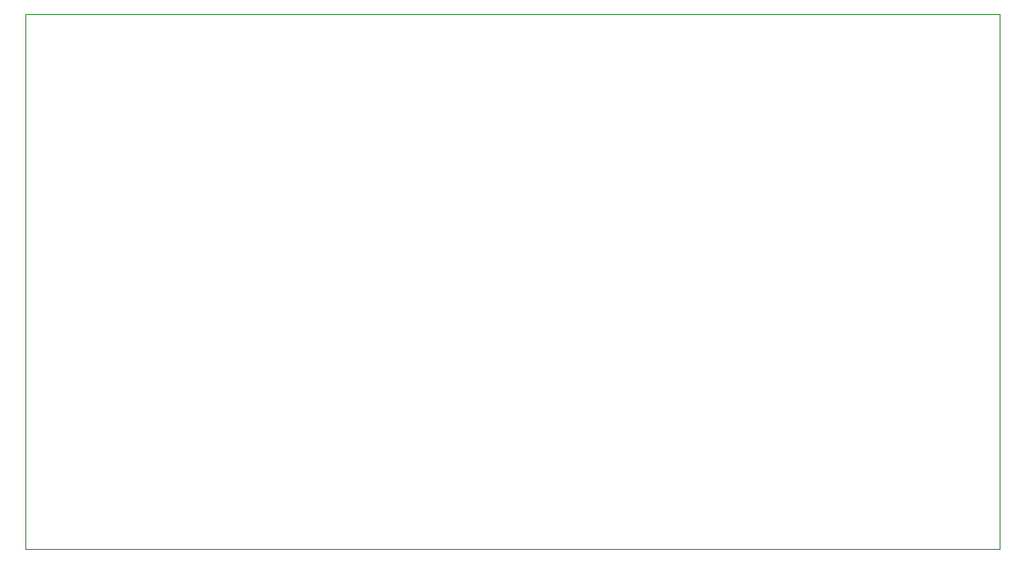
<source format=gm1>
G04 #@! TF.GenerationSoftware,KiCad,Pcbnew,(5.1.12-1-10_14)*
G04 #@! TF.CreationDate,2022-04-11T16:53:27-05:00*
G04 #@! TF.ProjectId,bath_clamp,62617468-5f63-46c6-916d-702e6b696361,rev?*
G04 #@! TF.SameCoordinates,Original*
G04 #@! TF.FileFunction,Profile,NP*
%FSLAX46Y46*%
G04 Gerber Fmt 4.6, Leading zero omitted, Abs format (unit mm)*
G04 Created by KiCad (PCBNEW (5.1.12-1-10_14)) date 2022-04-11 16:53:27*
%MOMM*%
%LPD*%
G01*
G04 APERTURE LIST*
G04 #@! TA.AperFunction,Profile*
%ADD10C,0.100000*%
G04 #@! TD*
G04 APERTURE END LIST*
D10*
X87870800Y-266700D02*
X87870800Y47993300D01*
X50800Y47993300D02*
X87870800Y47993300D01*
X50800Y47993300D02*
X50800Y-266700D01*
X50800Y-266700D02*
X87870800Y-266700D01*
M02*

</source>
